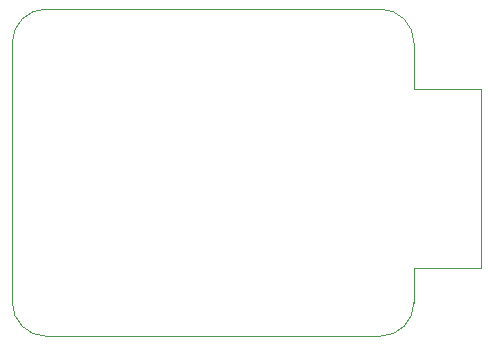
<source format=gbr>
%TF.GenerationSoftware,KiCad,Pcbnew,8.0.0*%
%TF.CreationDate,2024-03-13T13:13:57+00:00*%
%TF.ProjectId,HW_MoveCritic_KiCad_Project,48575f4d-6f76-4654-9372-697469635f4b,rev?*%
%TF.SameCoordinates,PX7ee4219PY616af6f*%
%TF.FileFunction,Glue,Bot*%
%TF.FilePolarity,Positive*%
%FSLAX46Y46*%
G04 Gerber Fmt 4.6, Leading zero omitted, Abs format (unit mm)*
G04 Created by KiCad (PCBNEW 8.0.0) date 2024-03-13 13:13:57*
%MOMM*%
%LPD*%
G01*
G04 APERTURE LIST*
%TA.AperFunction,Profile*%
%ADD10C,0.100000*%
%TD*%
G04 APERTURE END LIST*
D10*
X31150001Y27699999D02*
X2849999Y27699998D01*
X0Y24849999D02*
G75*
G02*
X2849999Y27699997I2849998J0D01*
G01*
X34000000Y24850000D02*
X34000002Y20959999D01*
X2850000Y0D02*
X31150001Y-2D01*
X34000002Y2849999D02*
X34000002Y5759999D01*
X0Y24849999D02*
X0Y2849999D01*
X34000002Y2849999D02*
G75*
G02*
X31150001Y-4I-2850003J0D01*
G01*
X31150001Y27699999D02*
G75*
G02*
X33999999Y24850000I-2J-2850000D01*
G01*
X2850000Y0D02*
G75*
G02*
X-1Y2849999I-2J2849999D01*
G01*
%TO.C,AE1*%
X39700000Y20959998D02*
X34000000Y20959998D01*
X39700000Y20959998D02*
X39700000Y5759998D01*
X39700000Y5759998D02*
X34010000Y5759998D01*
%TD*%
M02*

</source>
